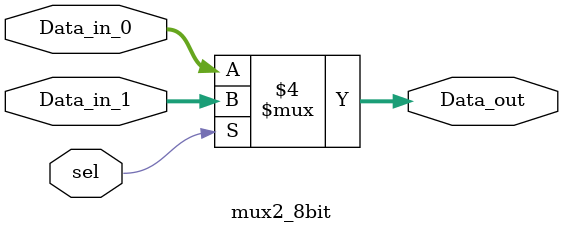
<source format=sv>
`timescale 1ns / 1ps


module mux2_8bit(
    input [7:0] Data_in_0,
    input [7:0] Data_in_1,
    input sel,
    output [7:0] Data_out
    ); 
    reg [7:0] Data_out;

    always @(Data_in_0,Data_in_1,sel)
    begin
        if(sel == 0) 
            Data_out = Data_in_0; 
        else
            Data_out = Data_in_1;
    end
    
endmodule


</source>
